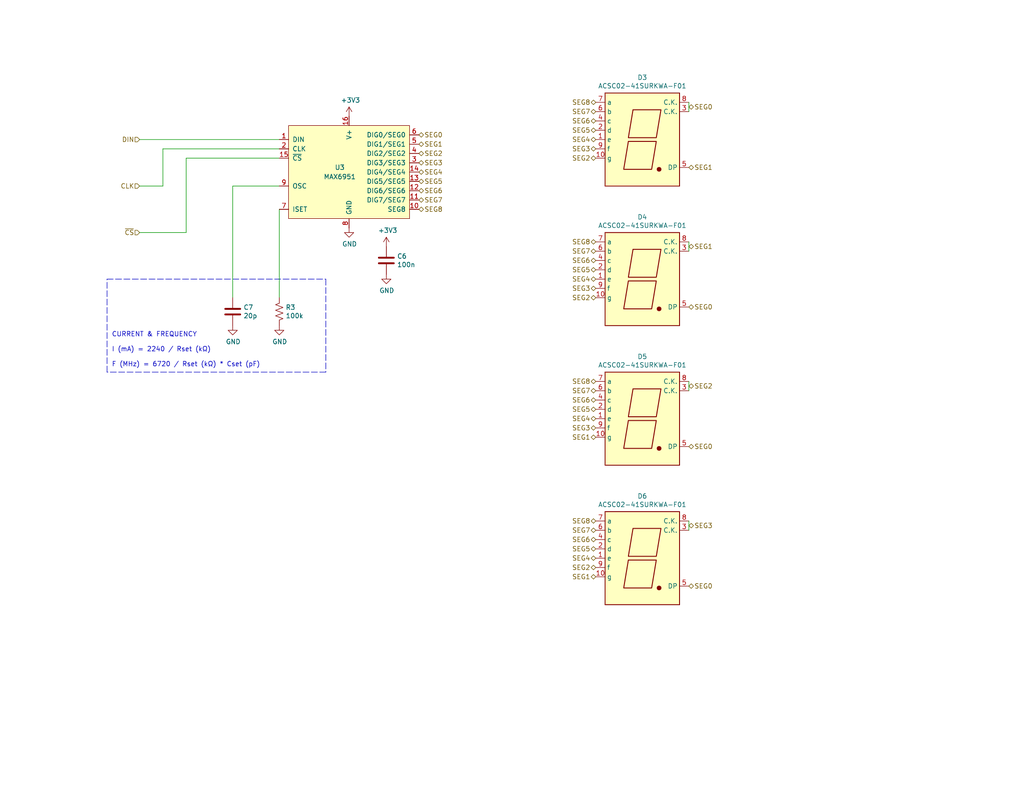
<source format=kicad_sch>
(kicad_sch (version 20211123) (generator eeschema)
  (paper "USLetter")
  (title_block (title "MQTT Thermocouple") (date "2021-07-06") (rev "A") (company "University of Wisconsin-Madison") (comment 1 "Department of Chemistry") (comment 2 "Instrument Shop") (comment 3 "Blaise Thompson") (comment 4 "blaise.thompson@wisc.edu"))
  (lib_symbols
    (symbol "ACSC02-41SURKWA-F01:ACSC02-41SURKWA-F01"
      (property "Reference" "D" (at -7.874 13.97 0))
      (property "Value" "ACSC02-41SURKWA-F01" (at 4.064 13.97 0))
      (symbol "ACSC02-41SURKWA-F01_0_1"
        (rectangle (start -10.16 12.7) (end 10.16 -12.7) (stroke (width 0.254)) (fill (type background)))
        (polyline (pts (xy -3.81 -0.508) (xy 3.81 -0.508) (xy 2.54 -8.128) (xy -5.08 -8.128) (xy -3.81 -0.508) (xy -3.81 -0.508)) (stroke (width 0.254)))
        (polyline (pts (xy -2.54 8.128) (xy 5.08 8.128) (xy 3.81 0.508) (xy -3.81 0.508) (xy -2.54 8.128) (xy -2.54 8.128)) (stroke (width 0.254)))
        (circle (center 4.572 -8.128) (radius 0.508) (stroke (width 0.254)) (fill (type outline)))
      )
      (symbol "ACSC02-41SURKWA-F01_1_1"
        (pin passive line (at -12.7 0 0) (length 2.54) (name "e") (number "1"))
        (pin passive line (at -12.7 -5.08 0) (length 2.54) (name "g") (number "10"))
        (pin passive line (at -12.7 2.54 0) (length 2.54) (name "d") (number "2"))
        (pin passive line (at 12.7 7.62 180) (length 2.54) (name "C.K.") (number "3"))
        (pin passive line (at -12.7 5.08 0) (length 2.54) (name "c") (number "4"))
        (pin passive line (at 12.7 -7.62 180) (length 2.54) (name "DP") (number "5"))
        (pin passive line (at -12.7 7.62 0) (length 2.54) (name "b") (number "6"))
        (pin passive line (at -12.7 10.16 0) (length 2.54) (name "a") (number "7"))
        (pin passive line (at 12.7 10.16 180) (length 2.54) (name "C.K.") (number "8"))
        (pin passive line (at -12.7 -2.54 0) (length 2.54) (name "f") (number "9"))
      )
    )
    (symbol "Device:C" (pin_numbers hide) (pin_names (offset 0.254))
      (property "Reference" "C" (at 0.635 2.54 0))
      (property "Value" "C" (at 0.635 -2.54 0))
      (symbol "C_0_1"
        (polyline (pts (xy -2.032 -0.762) (xy 2.032 -0.762)) (stroke (width 0.508)))
        (polyline (pts (xy -2.032 0.762) (xy 2.032 0.762)) (stroke (width 0.508)))
      )
      (symbol "C_1_1"
        (pin passive line (at 0 3.81 270) (length 2.794) (name "~") (number "1"))
        (pin passive line (at 0 -3.81 90) (length 2.794) (name "~") (number "2"))
      )
    )
    (symbol "Device:R_US" (pin_numbers hide) (pin_names (offset 0))
      (property "Reference" "R" (at 2.54 0 90))
      (property "Value" "R_US" (at -2.54 0 90))
      (symbol "R_US_0_1"
        (polyline (pts (xy 0 -2.286) (xy 0 -2.54)))
        (polyline (pts (xy 0 2.286) (xy 0 2.54)))
        (polyline (pts (xy 0 -0.762) (xy 1.016 -1.143) (xy 0 -1.524) (xy -1.016 -1.905) (xy 0 -2.286)))
        (polyline (pts (xy 0 0.762) (xy 1.016 0.381) (xy 0 0) (xy -1.016 -0.381) (xy 0 -0.762)))
        (polyline (pts (xy 0 2.286) (xy 1.016 1.905) (xy 0 1.524) (xy -1.016 1.143) (xy 0 0.762)))
      )
      (symbol "R_US_1_1"
        (pin passive line (at 0 3.81 270) (length 1.27) (name "~") (number "1"))
        (pin passive line (at 0 -3.81 90) (length 1.27) (name "~") (number "2"))
      )
    )
    (symbol "MAX6951:MAX6951" (pin_names (offset 1.016))
      (property "Reference" "U" (at 0 2.54 0))
      (property "Value" "MAX6951" (at 0 0 0))
      (symbol "MAX6951_0_1"
        (rectangle (start 16.51 12.7) (end -16.51 -12.7) (fill (type background)))
      )
      (symbol "MAX6951_1_1"
        (pin passive line (at -19.05 8.89 0) (length 2.54) (name "DIN") (number "1"))
        (pin passive line (at 19.05 -10.16 180) (length 2.54) (name "SEG8") (number "10"))
        (pin passive line (at 19.05 -7.62 180) (length 2.54) (name "DIG7/SEG7") (number "11"))
        (pin passive line (at 19.05 -5.08 180) (length 2.54) (name "DIG6/SEG6") (number "12"))
        (pin passive line (at 19.05 -2.54 180) (length 2.54) (name "DIG5/SEG5") (number "13"))
        (pin passive line (at 19.05 0 180) (length 2.54) (name "DIG4/SEG4") (number "14"))
        (pin passive line (at -19.05 3.81 0) (length 2.54) (name "~{CS}") (number "15"))
        (pin power_in line (at 0 15.24 270) (length 2.54) (name "V+") (number "16"))
        (pin passive line (at -19.05 6.35 0) (length 2.54) (name "CLK") (number "2"))
        (pin passive line (at 19.05 2.54 180) (length 2.54) (name "DIG3/SEG3") (number "3"))
        (pin passive line (at 19.05 5.08 180) (length 2.54) (name "DIG2/SEG2") (number "4"))
        (pin passive line (at 19.05 7.62 180) (length 2.54) (name "DIG1/SEG1") (number "5"))
        (pin passive line (at 19.05 10.16 180) (length 2.54) (name "DIG0/SEG0") (number "6"))
        (pin passive line (at -19.05 -10.16 0) (length 2.54) (name "ISET") (number "7"))
        (pin power_in line (at 0 -15.24 90) (length 2.54) (name "GND") (number "8"))
        (pin passive line (at -19.05 -3.81 0) (length 2.54) (name "OSC") (number "9"))
      )
    )
    (symbol "power:+3.3V" (power) (pin_names (offset 0))
      (property "Value" "+3.3V" (at 0 3.556 0))
      (symbol "+3.3V_0_1"
        (polyline (pts (xy -0.762 1.27) (xy 0 2.54)))
        (polyline (pts (xy 0 0) (xy 0 2.54)))
        (polyline (pts (xy 0 2.54) (xy 0.762 1.27)))
      )
      (symbol "+3.3V_1_1"
        (pin power_in line (at 0 0 90) (length 0) hide (name "+3V3") (number "1"))
      )
    )
    (symbol "power:GND" (power) (pin_names (offset 0))
      (property "Value" "GND" (at 0 -3.81 0))
      (symbol "GND_0_1"
        (polyline (pts (xy 0 0) (xy 0 -1.27) (xy 1.27 -1.27) (xy 0 -2.54) (xy -1.27 -1.27) (xy 0 -1.27)))
      )
      (symbol "GND_1_1"
        (pin power_in line (at 0 0 270) (length 0) hide (name "GND") (number "1"))
      )
    )
  )
  (wire (pts (xy 63.5 81.28) (xy 63.5 50.8)))
  (polyline (pts (xy 88.9 76.2) (xy 88.9 101.6)))
  (polyline (pts (xy 29.21 76.2) (xy 88.9 76.2)))
  (wire (pts (xy 76.2 57.15) (xy 76.2 81.28)))
  (wire (pts (xy 50.8 43.18) (xy 76.2 43.18)))
  (wire (pts (xy 187.96 104.14) (xy 187.96 106.68)))
  (polyline (pts (xy 88.9 101.6) (xy 29.21 101.6)))
  (wire (pts (xy 44.45 50.8) (xy 38.1 50.8)))
  (wire (pts (xy 76.2 38.1) (xy 38.1 38.1)))
  (polyline (pts (xy 29.21 101.6) (xy 29.21 76.2)))
  (wire (pts (xy 50.8 63.5) (xy 50.8 43.18)))
  (wire (pts (xy 187.96 27.94) (xy 187.96 30.48)))
  (wire (pts (xy 187.96 142.24) (xy 187.96 144.78)))
  (wire (pts (xy 187.96 66.04) (xy 187.96 68.58)))
  (wire (pts (xy 76.2 40.64) (xy 44.45 40.64)))
  (wire (pts (xy 63.5 50.8) (xy 76.2 50.8)))
  (wire (pts (xy 38.1 63.5) (xy 50.8 63.5)))
  (wire (pts (xy 44.45 40.64) (xy 44.45 50.8)))
  (text "CURRENT & FREQUENCY\n\nI (mA) = 2240 / Rset (kΩ)\n\nF (MHz) = 6720 / Rset (kΩ) * Cset (pF)" (at 30.48 100.33 0) (effects (font (size 1.27 1.27)) (justify left bottom)))
  (hierarchical_label "SEG8" (shape bidirectional) (at 162.56 142.24 180))
  (hierarchical_label "SEG4" (shape bidirectional) (at 162.56 38.1 180))
  (hierarchical_label "SEG5" (shape bidirectional) (at 162.56 73.66 180))
  (hierarchical_label "SEG4" (shape bidirectional) (at 162.56 114.3 180))
  (hierarchical_label "SEG3" (shape bidirectional) (at 187.96 143.51 0))
  (hierarchical_label "SEG1" (shape bidirectional) (at 162.56 157.48 180))
  (hierarchical_label "SEG2" (shape bidirectional) (at 114.3 41.91 0))
  (hierarchical_label "SEG1" (shape bidirectional) (at 162.56 119.38 180))
  (hierarchical_label "SEG2" (shape bidirectional) (at 187.96 105.41 0))
  (hierarchical_label "~{CS}" (shape input) (at 38.1 63.5 180))
  (hierarchical_label "SEG2" (shape bidirectional) (at 162.56 43.18 180))
  (hierarchical_label "SEG7" (shape bidirectional) (at 162.56 106.68 180))
  (hierarchical_label "SEG3" (shape bidirectional) (at 114.3 44.45 0))
  (hierarchical_label "SEG1" (shape bidirectional) (at 114.3 39.37 0))
  (hierarchical_label "SEG5" (shape bidirectional) (at 162.56 149.86 180))
  (hierarchical_label "SEG2" (shape bidirectional) (at 162.56 154.94 180))
  (hierarchical_label "SEG6" (shape bidirectional) (at 162.56 71.12 180))
  (hierarchical_label "SEG8" (shape bidirectional) (at 162.56 104.14 180))
  (hierarchical_label "SEG8" (shape bidirectional) (at 114.3 57.15 0))
  (hierarchical_label "SEG6" (shape bidirectional) (at 162.56 109.22 180))
  (hierarchical_label "SEG4" (shape bidirectional) (at 114.3 46.99 0))
  (hierarchical_label "SEG3" (shape bidirectional) (at 162.56 78.74 180))
  (hierarchical_label "SEG5" (shape bidirectional) (at 114.3 49.53 0))
  (hierarchical_label "SEG0" (shape bidirectional) (at 114.3 36.83 0))
  (hierarchical_label "SEG6" (shape bidirectional) (at 114.3 52.07 0))
  (hierarchical_label "DIN" (shape input) (at 38.1 38.1 180))
  (hierarchical_label "SEG7" (shape bidirectional) (at 162.56 68.58 180))
  (hierarchical_label "CLK" (shape input) (at 38.1 50.8 180))
  (hierarchical_label "SEG3" (shape bidirectional) (at 162.56 40.64 180))
  (hierarchical_label "SEG0" (shape bidirectional) (at 187.96 29.21 0))
  (hierarchical_label "SEG6" (shape bidirectional) (at 162.56 147.32 180))
  (hierarchical_label "SEG5" (shape bidirectional) (at 162.56 35.56 180))
  (hierarchical_label "SEG8" (shape bidirectional) (at 162.56 66.04 180))
  (hierarchical_label "SEG7" (shape bidirectional) (at 162.56 144.78 180))
  (hierarchical_label "SEG3" (shape bidirectional) (at 162.56 116.84 180))
  (hierarchical_label "SEG0" (shape bidirectional) (at 187.96 121.92 0))
  (hierarchical_label "SEG1" (shape bidirectional) (at 187.96 45.72 0))
  (hierarchical_label "SEG8" (shape bidirectional) (at 162.56 27.94 180))
  (hierarchical_label "SEG0" (shape bidirectional) (at 187.96 160.02 0))
  (hierarchical_label "SEG7" (shape bidirectional) (at 114.3 54.61 0))
  (hierarchical_label "SEG4" (shape bidirectional) (at 162.56 152.4 180))
  (hierarchical_label "SEG4" (shape bidirectional) (at 162.56 76.2 180))
  (hierarchical_label "SEG6" (shape bidirectional) (at 162.56 33.02 180))
  (hierarchical_label "SEG1" (shape bidirectional) (at 187.96 67.31 0))
  (hierarchical_label "SEG5" (shape bidirectional) (at 162.56 111.76 180))
  (hierarchical_label "SEG7" (shape bidirectional) (at 162.56 30.48 180))
  (hierarchical_label "SEG0" (shape bidirectional) (at 187.96 83.82 0))
  (hierarchical_label "SEG2" (shape bidirectional) (at 162.56 81.28 180))
  (symbol (lib_id "MAX6951:MAX6951") (at 95.25 46.99 0) (unit 1)
    (property "Reference" "U3" (at 92.71 45.72 0))
    (property "Value" "MAX6951" (at 92.71 48.26 0))
    (property "Footprint" "Package_SO:QSOP-16_3.9x4.9mm_P0.635mm" (effects hide))
  )
  (symbol (lib_id "ACSC02-41SURKWA-F01:ACSC02-41SURKWA-F01") (at 175.26 38.1 0) (unit 1)
    (property "Reference" "D3" (at 175.26 21.1582 0))
    (property "Value" "ACSC02-41SURKWA-F01" (at 175.26 23.4696 0))
    (property "Footprint" "footprints:ACSC02-41SURKWA-F01" (effects hide))
  )
  (symbol (lib_id "ACSC02-41SURKWA-F01:ACSC02-41SURKWA-F01") (at 175.26 76.2 0) (unit 1)
    (property "Reference" "D4" (at 175.26 59.2582 0))
    (property "Value" "ACSC02-41SURKWA-F01" (at 175.26 61.5696 0))
    (property "Footprint" "footprints:ACSC02-41SURKWA-F01" (effects hide))
  )
  (symbol (lib_id "ACSC02-41SURKWA-F01:ACSC02-41SURKWA-F01") (at 175.26 114.3 0) (unit 1)
    (property "Reference" "D5" (at 175.26 97.3582 0))
    (property "Value" "ACSC02-41SURKWA-F01" (at 175.26 99.6696 0))
    (property "Footprint" "footprints:ACSC02-41SURKWA-F01" (effects hide))
  )
  (symbol (lib_id "ACSC02-41SURKWA-F01:ACSC02-41SURKWA-F01") (at 175.26 152.4 0) (unit 1)
    (property "Reference" "D6" (at 175.26 135.4582 0))
    (property "Value" "ACSC02-41SURKWA-F01" (at 175.26 137.7696 0))
    (property "Footprint" "footprints:ACSC02-41SURKWA-F01" (effects hide))
  )
  (symbol (lib_id "power:GND") (at 95.25 62.23 0) (unit 1)
    (property "Reference" "#PWR0108" (effects hide))
    (property "Value" "GND" (at 95.377 66.6242 0))
  )
  (symbol (lib_id "Device:R_US") (at 76.2 85.09 0) (mirror y) (unit 1)
    (property "Reference" "R3" (at 77.9272 83.9216 0) (effects (justify right)))
    (property "Value" "100k" (at 77.9272 86.233 0) (effects (justify right)))
    (property "Footprint" "Resistor_SMD:R_1206_3216Metric_Pad1.30x1.75mm_HandSolder" (effects hide))
  )
  (symbol (lib_id "power:GND") (at 76.2 88.9 0) (unit 1)
    (property "Reference" "#PWR0116" (effects hide))
    (property "Value" "GND" (at 76.327 93.2942 0))
  )
  (symbol (lib_id "Device:C") (at 63.5 85.09 0) (unit 1)
    (property "Reference" "C7" (at 66.421 83.9216 0) (effects (justify left)))
    (property "Value" "20p" (at 66.421 86.233 0) (effects (justify left)))
    (property "Footprint" "Capacitor_SMD:C_1206_3216Metric_Pad1.33x1.80mm_HandSolder" (effects hide))
  )
  (symbol (lib_id "power:GND") (at 63.5 88.9 0) (unit 1)
    (property "Reference" "#PWR0117" (effects hide))
    (property "Value" "GND" (at 63.627 93.2942 0))
  )
  (symbol (lib_id "Device:C") (at 105.41 71.12 0) (unit 1)
    (property "Reference" "C6" (at 108.331 69.9516 0) (effects (justify left)))
    (property "Value" "100n" (at 108.331 72.263 0) (effects (justify left)))
    (property "Footprint" "Capacitor_SMD:C_1206_3216Metric_Pad1.33x1.80mm_HandSolder" (effects hide))
  )
  (symbol (lib_id "power:GND") (at 105.41 74.93 0) (unit 1)
    (property "Reference" "#PWR0118" (effects hide))
    (property "Value" "GND" (at 105.537 79.3242 0))
  )
  (symbol (lib_id "power:+3.3V") (at 95.25 31.75 0) (unit 1)
    (property "Reference" "#PWR0119" (effects hide))
    (property "Value" "+3.3V" (at 95.631 27.3558 0))
  )
  (symbol (lib_id "power:+3.3V") (at 105.41 67.31 0) (unit 1)
    (property "Reference" "#PWR0120" (effects hide))
    (property "Value" "+3.3V" (at 105.791 62.9158 0))
  )
)
</source>
